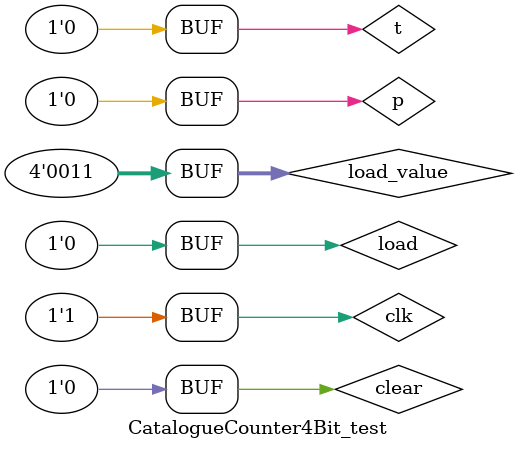
<source format=v>
`timescale 1ns / 1ps


module CatalogueCounter4Bit_test;

	// Inputs
	reg clk;
	reg p;
	reg t;
	reg load;
	reg [3:0] load_value;
	reg clear;

	// Outputs
	wire ripple_carry_out;
	wire [3:0] out_cnt;
	

	// Instantiate the Unit Under Test (UUT)
	CatalogueCounter4Bit uut (
		.clk(clk), 
		.p(p), 
		.t(t), 
		.load(load), 
		.load_value(load_value), 
		.clear(clear), 
		.ripple_carry_out(ripple_carry_out), 
		.out_cnt(out_cnt)
	);

	initial begin
		// Initialize Inputs
		clk = 0;
		p = 0;
		t = 0;
		load = 0;
		load_value = 0;
		clear = 0;

		// Wait 100 ns for global reset to finish
		p=1;
		t=1;
		#300;
		clear=1;
		#20;
		clear=0;
		load=1;
		load_value=4'b0011;
		#20;
		load=0;
		#100;
		p=0;
		t=0;
		#300;
	end
	
	
	always begin
		#5 clk=0;
		#5 clk=1;
	end
        
		// Add stimulus here

	
      
endmodule


</source>
